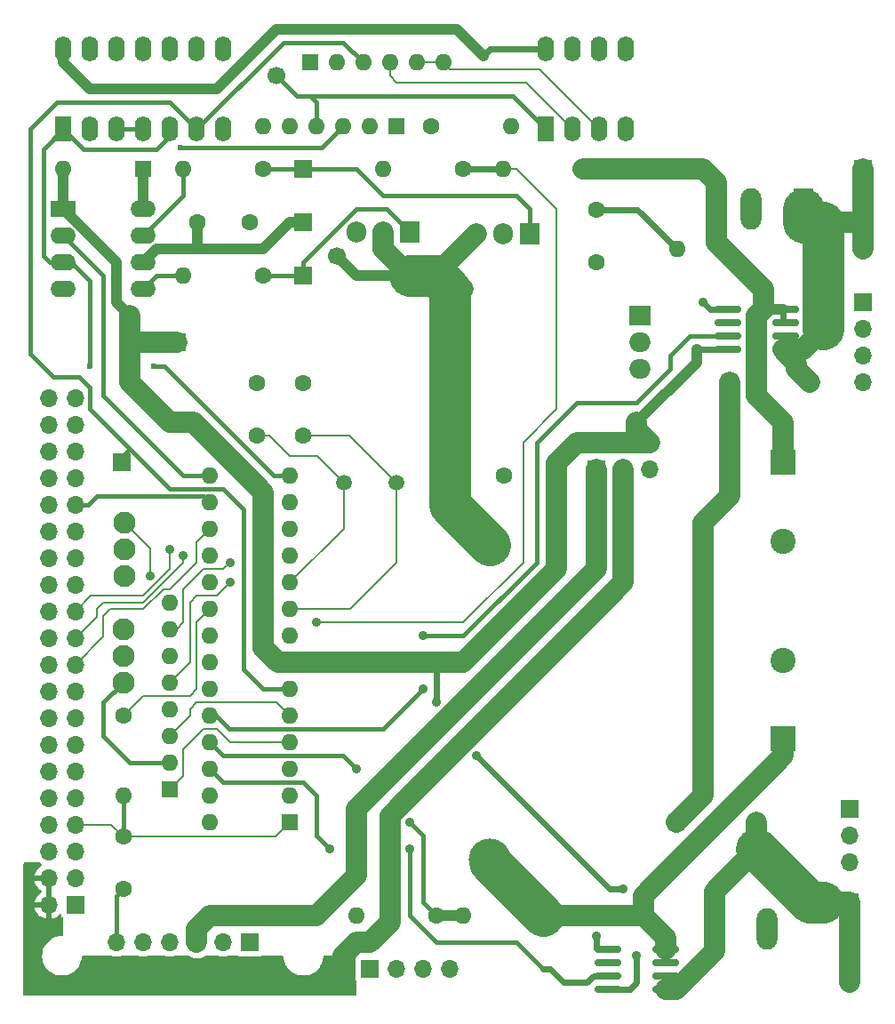
<source format=gtl>
G04 #@! TF.GenerationSoftware,KiCad,Pcbnew,(6.0.6-0)*
G04 #@! TF.CreationDate,2022-09-27T20:01:56-07:00*
G04 #@! TF.ProjectId,Atverter_Ev1r4,41747665-7274-4657-925f-45763172342e,rev?*
G04 #@! TF.SameCoordinates,Original*
G04 #@! TF.FileFunction,Copper,L1,Top*
G04 #@! TF.FilePolarity,Positive*
%FSLAX46Y46*%
G04 Gerber Fmt 4.6, Leading zero omitted, Abs format (unit mm)*
G04 Created by KiCad (PCBNEW (6.0.6-0)) date 2022-09-27 20:01:56*
%MOMM*%
%LPD*%
G01*
G04 APERTURE LIST*
G04 Aperture macros list*
%AMRoundRect*
0 Rectangle with rounded corners*
0 $1 Rounding radius*
0 $2 $3 $4 $5 $6 $7 $8 $9 X,Y pos of 4 corners*
0 Add a 4 corners polygon primitive as box body*
4,1,4,$2,$3,$4,$5,$6,$7,$8,$9,$2,$3,0*
0 Add four circle primitives for the rounded corners*
1,1,$1+$1,$2,$3*
1,1,$1+$1,$4,$5*
1,1,$1+$1,$6,$7*
1,1,$1+$1,$8,$9*
0 Add four rect primitives between the rounded corners*
20,1,$1+$1,$2,$3,$4,$5,0*
20,1,$1+$1,$4,$5,$6,$7,0*
20,1,$1+$1,$6,$7,$8,$9,0*
20,1,$1+$1,$8,$9,$2,$3,0*%
G04 Aperture macros list end*
G04 #@! TA.AperFunction,ComponentPad*
%ADD10R,1.700000X1.700000*%
G04 #@! TD*
G04 #@! TA.AperFunction,ComponentPad*
%ADD11O,1.600000X1.600000*%
G04 #@! TD*
G04 #@! TA.AperFunction,ComponentPad*
%ADD12R,1.600000X1.600000*%
G04 #@! TD*
G04 #@! TA.AperFunction,ComponentPad*
%ADD13O,1.700000X1.700000*%
G04 #@! TD*
G04 #@! TA.AperFunction,ComponentPad*
%ADD14C,1.600000*%
G04 #@! TD*
G04 #@! TA.AperFunction,ComponentPad*
%ADD15C,4.000000*%
G04 #@! TD*
G04 #@! TA.AperFunction,ComponentPad*
%ADD16R,1.905000X2.000000*%
G04 #@! TD*
G04 #@! TA.AperFunction,ComponentPad*
%ADD17O,1.905000X2.000000*%
G04 #@! TD*
G04 #@! TA.AperFunction,ComponentPad*
%ADD18R,2.400000X2.400000*%
G04 #@! TD*
G04 #@! TA.AperFunction,ComponentPad*
%ADD19C,2.400000*%
G04 #@! TD*
G04 #@! TA.AperFunction,SMDPad,CuDef*
%ADD20RoundRect,0.150000X1.100000X0.150000X-1.100000X0.150000X-1.100000X-0.150000X1.100000X-0.150000X0*%
G04 #@! TD*
G04 #@! TA.AperFunction,ComponentPad*
%ADD21C,2.100000*%
G04 #@! TD*
G04 #@! TA.AperFunction,ComponentPad*
%ADD22R,1.600000X2.400000*%
G04 #@! TD*
G04 #@! TA.AperFunction,ComponentPad*
%ADD23O,1.600000X2.400000*%
G04 #@! TD*
G04 #@! TA.AperFunction,ComponentPad*
%ADD24C,1.500000*%
G04 #@! TD*
G04 #@! TA.AperFunction,ComponentPad*
%ADD25R,2.400000X1.600000*%
G04 #@! TD*
G04 #@! TA.AperFunction,ComponentPad*
%ADD26O,2.400000X1.600000*%
G04 #@! TD*
G04 #@! TA.AperFunction,ComponentPad*
%ADD27R,1.980000X3.960000*%
G04 #@! TD*
G04 #@! TA.AperFunction,ComponentPad*
%ADD28O,1.980000X3.960000*%
G04 #@! TD*
G04 #@! TA.AperFunction,ComponentPad*
%ADD29R,2.000000X1.905000*%
G04 #@! TD*
G04 #@! TA.AperFunction,ComponentPad*
%ADD30O,2.000000X1.905000*%
G04 #@! TD*
G04 #@! TA.AperFunction,ViaPad*
%ADD31C,0.600000*%
G04 #@! TD*
G04 #@! TA.AperFunction,ViaPad*
%ADD32C,1.700000*%
G04 #@! TD*
G04 #@! TA.AperFunction,ViaPad*
%ADD33C,0.900000*%
G04 #@! TD*
G04 #@! TA.AperFunction,Conductor*
%ADD34C,0.400000*%
G04 #@! TD*
G04 #@! TA.AperFunction,Conductor*
%ADD35C,2.000000*%
G04 #@! TD*
G04 #@! TA.AperFunction,Conductor*
%ADD36C,0.600000*%
G04 #@! TD*
G04 #@! TA.AperFunction,Conductor*
%ADD37C,0.200000*%
G04 #@! TD*
G04 #@! TA.AperFunction,Conductor*
%ADD38C,4.000000*%
G04 #@! TD*
G04 #@! TA.AperFunction,Conductor*
%ADD39C,1.000000*%
G04 #@! TD*
G04 #@! TA.AperFunction,Conductor*
%ADD40C,0.127000*%
G04 #@! TD*
G04 APERTURE END LIST*
D10*
X74168000Y-83820000D03*
D11*
X87630000Y-51816000D03*
X90170000Y-51816000D03*
X92710000Y-51816000D03*
X95250000Y-51816000D03*
X97790000Y-51816000D03*
D12*
X100330000Y-51816000D03*
D13*
X124460000Y-81915000D03*
X124460000Y-84455000D03*
X121920000Y-81915000D03*
X121920000Y-84455000D03*
X119380000Y-81915000D03*
D10*
X119380000Y-84455000D03*
X91440000Y-60960000D03*
D14*
X74295000Y-107950000D03*
D11*
X74295000Y-115570000D03*
D15*
X109220000Y-91680000D03*
X109220000Y-121680000D03*
D16*
X101600000Y-61890000D03*
D17*
X99060000Y-61890000D03*
X96520000Y-61890000D03*
D10*
X144780000Y-68590000D03*
D13*
X144780000Y-71130000D03*
X144780000Y-73670000D03*
X144780000Y-76210000D03*
D10*
X91440000Y-66040000D03*
D14*
X87630000Y-55880000D03*
D11*
X80010000Y-55880000D03*
D18*
X137160000Y-83820000D03*
D19*
X137160000Y-91320000D03*
D14*
X87630000Y-66040000D03*
D11*
X80010000Y-66040000D03*
D20*
X137370000Y-73025000D03*
X137370000Y-71755000D03*
X137370000Y-70485000D03*
X137370000Y-69215000D03*
X131870000Y-69215000D03*
X131870000Y-70485000D03*
X131870000Y-71755000D03*
X131870000Y-73025000D03*
D12*
X90160000Y-118100000D03*
D11*
X90160000Y-115560000D03*
X90160000Y-113020000D03*
X90160000Y-110480000D03*
X90160000Y-107940000D03*
X90160000Y-105400000D03*
X90160000Y-102860000D03*
X90160000Y-100320000D03*
X90160000Y-97780000D03*
X90160000Y-95240000D03*
X90160000Y-92700000D03*
X90160000Y-90160000D03*
X90160000Y-87620000D03*
X90160000Y-85080000D03*
X82540000Y-85080000D03*
X82540000Y-87620000D03*
X82540000Y-90160000D03*
X82540000Y-92700000D03*
X82540000Y-95240000D03*
X82540000Y-97780000D03*
X82540000Y-100320000D03*
X82540000Y-102860000D03*
X82540000Y-105400000D03*
X82540000Y-107940000D03*
X82540000Y-110480000D03*
X82540000Y-113020000D03*
X82540000Y-115560000D03*
X82540000Y-118100000D03*
D14*
X74295000Y-124460000D03*
X74295000Y-119460000D03*
X114300000Y-127000000D03*
D11*
X106680000Y-127000000D03*
D12*
X78740000Y-114945000D03*
D11*
X78740000Y-112405000D03*
X78740000Y-109865000D03*
X78740000Y-107325000D03*
X78740000Y-104785000D03*
X78740000Y-102245000D03*
X78740000Y-99705000D03*
X78740000Y-97165000D03*
D21*
X74295000Y-104775000D03*
X74295000Y-102235000D03*
X74295000Y-99695000D03*
D14*
X119380000Y-59730000D03*
X119380000Y-64730000D03*
D22*
X68575000Y-52085000D03*
D23*
X71115000Y-52085000D03*
X73655000Y-52085000D03*
X76195000Y-52085000D03*
X78735000Y-52085000D03*
X81275000Y-52085000D03*
X83815000Y-52085000D03*
X83815000Y-44465000D03*
X81275000Y-44465000D03*
X78735000Y-44465000D03*
X76195000Y-44465000D03*
X73655000Y-44465000D03*
X71115000Y-44465000D03*
X68575000Y-44465000D03*
D21*
X74360370Y-94615000D03*
X74360370Y-92075000D03*
X74360370Y-89535000D03*
D16*
X113030000Y-62080000D03*
D17*
X110490000Y-62080000D03*
X107950000Y-62080000D03*
D14*
X86995000Y-81240000D03*
X86995000Y-76240000D03*
X104140000Y-127000000D03*
D11*
X96520000Y-127000000D03*
D22*
X114564000Y-52085000D03*
D23*
X117104000Y-52085000D03*
X119644000Y-52085000D03*
X122184000Y-52085000D03*
X122184000Y-44465000D03*
X119644000Y-44465000D03*
X117104000Y-44465000D03*
X114564000Y-44465000D03*
D14*
X103632000Y-51816000D03*
D11*
X111252000Y-51816000D03*
D24*
X95290000Y-85725000D03*
X100290000Y-85725000D03*
D12*
X92075000Y-45720000D03*
D11*
X94615000Y-45720000D03*
X97155000Y-45720000D03*
X99695000Y-45720000D03*
X102235000Y-45720000D03*
X104775000Y-45720000D03*
D12*
X132080000Y-76200000D03*
D11*
X139700000Y-76200000D03*
D14*
X115530000Y-85090000D03*
X110530000Y-85090000D03*
D10*
X79375000Y-72390000D03*
D12*
X76190000Y-55870000D03*
D11*
X68570000Y-55870000D03*
D20*
X125940000Y-133985000D03*
X125940000Y-132715000D03*
X125940000Y-131445000D03*
X125940000Y-130175000D03*
X120440000Y-130175000D03*
X120440000Y-131445000D03*
X120440000Y-132715000D03*
X120440000Y-133985000D03*
D25*
X68580000Y-59690000D03*
D26*
X68580000Y-62230000D03*
X68580000Y-64770000D03*
X68580000Y-67310000D03*
X76200000Y-67310000D03*
X76200000Y-64770000D03*
X76200000Y-62230000D03*
X76200000Y-59690000D03*
D27*
X139065000Y-59690000D03*
D28*
X134065000Y-59690000D03*
D18*
X137160000Y-110157780D03*
D19*
X137160000Y-102657780D03*
D10*
X143510000Y-116855000D03*
D13*
X143510000Y-119395000D03*
X143510000Y-121935000D03*
D12*
X127000000Y-118110000D03*
D11*
X134620000Y-118110000D03*
D14*
X127015000Y-55880000D03*
D11*
X127015000Y-63500000D03*
D14*
X106680000Y-55880000D03*
D11*
X99060000Y-55880000D03*
D14*
X86360000Y-60960000D03*
X81360000Y-60960000D03*
D10*
X86360000Y-129540000D03*
D13*
X83820000Y-129540000D03*
X81280000Y-129540000D03*
X78740000Y-129540000D03*
X76200000Y-129540000D03*
X73660000Y-129540000D03*
D10*
X143510000Y-125730000D03*
D13*
X143510000Y-128270000D03*
X143510000Y-130810000D03*
X143510000Y-133350000D03*
D10*
X91440000Y-55880000D03*
X97790000Y-132080000D03*
D13*
X100330000Y-132080000D03*
X102870000Y-132080000D03*
X105410000Y-132080000D03*
D10*
X144780000Y-55890000D03*
D13*
X144780000Y-58430000D03*
X144780000Y-60970000D03*
X144780000Y-63510000D03*
D29*
X123515000Y-69850000D03*
D30*
X123515000Y-72390000D03*
X123515000Y-74930000D03*
D14*
X118110000Y-55880000D03*
D11*
X110490000Y-55880000D03*
D27*
X130585000Y-128270000D03*
D28*
X135585000Y-128270000D03*
D14*
X91440000Y-76240000D03*
X91440000Y-81240000D03*
D10*
X69710000Y-125940000D03*
D13*
X67170000Y-125940000D03*
X69710000Y-123400000D03*
X67170000Y-123400000D03*
X69710000Y-120860000D03*
X67170000Y-120860000D03*
X69710000Y-118320000D03*
X67170000Y-118320000D03*
X69710000Y-115780000D03*
X67170000Y-115780000D03*
X69710000Y-113240000D03*
X67170000Y-113240000D03*
X69710000Y-110700000D03*
X67170000Y-110700000D03*
X69710000Y-108160000D03*
X67170000Y-108160000D03*
X69710000Y-105620000D03*
X67170000Y-105620000D03*
X69710000Y-103080000D03*
X67170000Y-103080000D03*
X69710000Y-100540000D03*
X67170000Y-100540000D03*
X69710000Y-98000000D03*
X67170000Y-98000000D03*
X69710000Y-95460000D03*
X67170000Y-95460000D03*
X69710000Y-92920000D03*
X67170000Y-92920000D03*
X69710000Y-90380000D03*
X67170000Y-90380000D03*
X69710000Y-87840000D03*
X67170000Y-87840000D03*
X69710000Y-85300000D03*
X67170000Y-85300000D03*
X69710000Y-82760000D03*
X67170000Y-82760000D03*
X69710000Y-80220000D03*
X67170000Y-80220000D03*
X69710000Y-77680000D03*
X67170000Y-77680000D03*
D31*
X79756000Y-53848000D03*
X71120000Y-74676000D03*
X77216000Y-74676000D03*
D32*
X94615000Y-64135000D03*
D33*
X119380000Y-128905000D03*
X129540000Y-68580000D03*
X121920000Y-124460000D03*
X107950000Y-111760000D03*
X123190000Y-130810000D03*
X104140000Y-106680000D03*
X102870000Y-100330000D03*
X102870000Y-105410000D03*
X101600000Y-120650000D03*
X93980000Y-120650000D03*
X84455000Y-95250000D03*
X80010000Y-92710000D03*
X78740000Y-92075000D03*
X92710000Y-99060000D03*
X101600000Y-118110000D03*
X96520000Y-113030000D03*
X84455000Y-93345000D03*
D32*
X88900000Y-46990000D03*
D33*
X76835000Y-94615000D03*
D34*
X93218000Y-53848000D02*
X79756000Y-53848000D01*
X95250000Y-51816000D02*
X93218000Y-53848000D01*
X68580000Y-64770000D02*
X69342000Y-64770000D01*
X69342000Y-64770000D02*
X71120000Y-66548000D01*
X71120000Y-66548000D02*
X71120000Y-74676000D01*
X68580000Y-64770000D02*
X67310000Y-64770000D01*
X74930000Y-82550000D02*
X71120000Y-78740000D01*
X71120000Y-78740000D02*
X71120000Y-76708000D01*
X70104000Y-75692000D02*
X67630999Y-75692000D01*
X71120000Y-76708000D02*
X70104000Y-75692000D01*
X67630999Y-75692000D02*
X65405000Y-73466001D01*
X65405000Y-73466001D02*
X65405000Y-52070000D01*
X65405000Y-52070000D02*
X67945000Y-49530000D01*
X67945000Y-49530000D02*
X78720000Y-49530000D01*
X78720000Y-49530000D02*
X81275000Y-52085000D01*
X78232000Y-74676000D02*
X77216000Y-74676000D01*
X79248000Y-75692000D02*
X78232000Y-74676000D01*
X90160000Y-85080000D02*
X88636000Y-85080000D01*
X88636000Y-85080000D02*
X79248000Y-75692000D01*
D35*
X80962500Y-80010000D02*
X78740000Y-80010000D01*
X89028630Y-102860000D02*
X87630000Y-101461370D01*
X87630000Y-86677500D02*
X80962500Y-80010000D01*
X90160000Y-102860000D02*
X89028630Y-102860000D01*
X87630000Y-101461370D02*
X87630000Y-86677500D01*
X78740000Y-80010000D02*
X74930000Y-76200000D01*
X74930000Y-76200000D02*
X74930000Y-72390000D01*
D34*
X92075000Y-48895000D02*
X111379000Y-48895000D01*
X90805000Y-48895000D02*
X92075000Y-48895000D01*
X92710000Y-49530000D02*
X92710000Y-51816000D01*
X92075000Y-48895000D02*
X92710000Y-49530000D01*
D36*
X108585000Y-45085000D02*
X109205000Y-44465000D01*
X109205000Y-44465000D02*
X114564000Y-44465000D01*
D37*
X104775000Y-45720000D02*
X105410000Y-46355000D01*
X113914000Y-46355000D02*
X119644000Y-52085000D01*
X105410000Y-46355000D02*
X113914000Y-46355000D01*
X99695000Y-45720000D02*
X99695000Y-46990000D01*
X100330000Y-47625000D02*
X112644000Y-47625000D01*
X99695000Y-46990000D02*
X100330000Y-47625000D01*
X112644000Y-47625000D02*
X117104000Y-52085000D01*
D34*
X88900000Y-46990000D02*
X90805000Y-48895000D01*
X114564000Y-52080000D02*
X114564000Y-52085000D01*
X111379000Y-48895000D02*
X114564000Y-52080000D01*
X74930000Y-82550000D02*
X74168000Y-83312000D01*
X74168000Y-83312000D02*
X74168000Y-83820000D01*
X78740000Y-86360000D02*
X74930000Y-82550000D01*
D35*
X124460000Y-81915000D02*
X123190000Y-80645000D01*
X123190000Y-80645000D02*
X123190000Y-80010000D01*
X121920000Y-81915000D02*
X124460000Y-81915000D01*
X119380000Y-81915000D02*
X121920000Y-81915000D01*
X115530000Y-85090000D02*
X115530000Y-83860000D01*
X115530000Y-83860000D02*
X117475000Y-81915000D01*
X117475000Y-81915000D02*
X119380000Y-81915000D01*
X95250000Y-130810000D02*
X96520000Y-129540000D01*
X97790000Y-129540000D02*
X99695000Y-127635000D01*
X96520000Y-129540000D02*
X97790000Y-129540000D01*
X99695000Y-127635000D02*
X99695000Y-117475000D01*
X95250000Y-132080000D02*
X95250000Y-130810000D01*
X99695000Y-117475000D02*
X121920000Y-95250000D01*
X121920000Y-95250000D02*
X121920000Y-84455000D01*
X81280000Y-129540000D02*
X81280000Y-128270000D01*
X92710000Y-127000000D02*
X96520000Y-123190000D01*
X81280000Y-128270000D02*
X82550000Y-127000000D01*
X96520000Y-116840000D02*
X119380000Y-93980000D01*
X82550000Y-127000000D02*
X92710000Y-127000000D01*
X96520000Y-123190000D02*
X96520000Y-116840000D01*
X119380000Y-93980000D02*
X119380000Y-84455000D01*
D38*
X139065000Y-60960000D02*
X139065000Y-59690000D01*
D39*
X76190000Y-59680000D02*
X76200000Y-59690000D01*
X76190000Y-55870000D02*
X76190000Y-59680000D01*
X96520000Y-66040000D02*
X101600000Y-66040000D01*
D35*
X104140000Y-65890000D02*
X104140000Y-66040000D01*
D38*
X105410000Y-67310000D02*
X104140000Y-66040000D01*
D39*
X77470000Y-63500000D02*
X81280000Y-63500000D01*
X91440000Y-60960000D02*
X90170000Y-60960000D01*
X87630000Y-63500000D02*
X81280000Y-63500000D01*
X94615000Y-64135000D02*
X96520000Y-66040000D01*
D35*
X106680000Y-67310000D02*
X105410000Y-67310000D01*
D39*
X90170000Y-60960000D02*
X87630000Y-63500000D01*
X81360000Y-63420000D02*
X81360000Y-60960000D01*
D40*
X109220000Y-91680000D02*
X109220000Y-91440000D01*
D38*
X104140000Y-66040000D02*
X101600000Y-66040000D01*
X105410000Y-87870000D02*
X105410000Y-67310000D01*
X109220000Y-91680000D02*
X105410000Y-87870000D01*
D35*
X107950000Y-62080000D02*
X104140000Y-65890000D01*
X99060000Y-61890000D02*
X99060000Y-63500000D01*
X99060000Y-63500000D02*
X101600000Y-66040000D01*
D39*
X76200000Y-64770000D02*
X77470000Y-63500000D01*
X81280000Y-63500000D02*
X81360000Y-63420000D01*
D34*
X73660000Y-125095000D02*
X74295000Y-124460000D01*
X73660000Y-129540000D02*
X73660000Y-125095000D01*
D36*
X119380000Y-130110000D02*
X119445000Y-130175000D01*
X132145000Y-69215000D02*
X130175000Y-69215000D01*
X119380000Y-128905000D02*
X119380000Y-130110000D01*
X130175000Y-69215000D02*
X129540000Y-68580000D01*
X119445000Y-133985000D02*
X121285000Y-133985000D01*
X123190000Y-130810000D02*
X123190000Y-133350000D01*
D39*
X74930000Y-69850000D02*
X73660000Y-68580000D01*
D36*
X128905000Y-73025000D02*
X132145000Y-73025000D01*
D39*
X68580000Y-59690000D02*
X68580000Y-55880000D01*
D35*
X115530000Y-93940000D02*
X106610000Y-102860000D01*
D36*
X104140000Y-106680000D02*
X104140000Y-102870000D01*
D39*
X128905000Y-74295000D02*
X123190000Y-80010000D01*
X88900000Y-42545000D02*
X106045000Y-42545000D01*
D36*
X121920000Y-124460000D02*
X120650000Y-124460000D01*
D39*
X71120000Y-48260000D02*
X83185000Y-48260000D01*
D36*
X123190000Y-133350000D02*
X122555000Y-133985000D01*
D39*
X73660000Y-64770000D02*
X68580000Y-59690000D01*
D36*
X122555000Y-133985000D02*
X120440000Y-133985000D01*
D39*
X83185000Y-48260000D02*
X88900000Y-42545000D01*
D35*
X74930000Y-72390000D02*
X79375000Y-72390000D01*
D39*
X73660000Y-68580000D02*
X73660000Y-64770000D01*
D35*
X106610000Y-102860000D02*
X104130000Y-102860000D01*
D37*
X76200000Y-106045000D02*
X74295000Y-107950000D01*
D39*
X106045000Y-42545000D02*
X108585000Y-45085000D01*
D35*
X74930000Y-72390000D02*
X74930000Y-69850000D01*
D39*
X68580000Y-55880000D02*
X68570000Y-55870000D01*
X128905000Y-73025000D02*
X128905000Y-74295000D01*
D37*
X80645000Y-106045000D02*
X76200000Y-106045000D01*
D36*
X120650000Y-124460000D02*
X107950000Y-111760000D01*
D37*
X81280000Y-99040000D02*
X81280000Y-105410000D01*
D39*
X68575000Y-44465000D02*
X68575000Y-45715000D01*
D35*
X104130000Y-102860000D02*
X99070000Y-102860000D01*
D39*
X68575000Y-45715000D02*
X71120000Y-48260000D01*
D36*
X104140000Y-102870000D02*
X104130000Y-102860000D01*
D35*
X99070000Y-102860000D02*
X90160000Y-102860000D01*
D37*
X81280000Y-105410000D02*
X80645000Y-106045000D01*
X82540000Y-97780000D02*
X81280000Y-99040000D01*
D35*
X115530000Y-85090000D02*
X115530000Y-93940000D01*
X132080000Y-86995000D02*
X132080000Y-76200000D01*
X129540000Y-115570000D02*
X129540000Y-89535000D01*
X127000000Y-118110000D02*
X129540000Y-115570000D01*
X129540000Y-89535000D02*
X132080000Y-86995000D01*
D34*
X117475000Y-78105000D02*
X113665000Y-81915000D01*
X126365000Y-74930000D02*
X123190000Y-78105000D01*
X84423870Y-109220000D02*
X83143870Y-107940000D01*
X113665000Y-93345000D02*
X106680000Y-100330000D01*
X113665000Y-81915000D02*
X113665000Y-93345000D01*
X106680000Y-100330000D02*
X102870000Y-100330000D01*
X102870000Y-105410000D02*
X99060000Y-109220000D01*
X128270000Y-71755000D02*
X126365000Y-73660000D01*
X132145000Y-71755000D02*
X128270000Y-71755000D01*
X99060000Y-109220000D02*
X84423870Y-109220000D01*
X123190000Y-78105000D02*
X117475000Y-78105000D01*
X126365000Y-73660000D02*
X126365000Y-74930000D01*
X83143870Y-107940000D02*
X82540000Y-107940000D01*
X111760000Y-129540000D02*
X104140000Y-129540000D01*
D36*
X119095000Y-132715000D02*
X119445000Y-132715000D01*
D34*
X83820000Y-114300000D02*
X82540000Y-113020000D01*
X93980000Y-120650000D02*
X92710000Y-119380000D01*
D36*
X114300000Y-132080000D02*
X114935000Y-132080000D01*
X116205000Y-133350000D02*
X118460000Y-133350000D01*
D34*
X114300000Y-132080000D02*
X111760000Y-129540000D01*
X91440000Y-114300000D02*
X83820000Y-114300000D01*
X101600000Y-127000000D02*
X101600000Y-120650000D01*
D36*
X114935000Y-132080000D02*
X116205000Y-133350000D01*
D34*
X92710000Y-119380000D02*
X92710000Y-115570000D01*
X92710000Y-115570000D02*
X91440000Y-114300000D01*
D36*
X118460000Y-133350000D02*
X119095000Y-132715000D01*
D34*
X104140000Y-129540000D02*
X101600000Y-127000000D01*
D37*
X74295000Y-119460000D02*
X88800000Y-119460000D01*
X73155000Y-118320000D02*
X74295000Y-119460000D01*
X69710000Y-118320000D02*
X73155000Y-118320000D01*
D34*
X74295000Y-119460000D02*
X74295000Y-115570000D01*
D37*
X88800000Y-119460000D02*
X90160000Y-118100000D01*
X100290000Y-93385000D02*
X100290000Y-85090000D01*
X91440000Y-81240000D02*
X95805000Y-81240000D01*
X90160000Y-97780000D02*
X95895000Y-97780000D01*
X95805000Y-81240000D02*
X100290000Y-85725000D01*
X95895000Y-97780000D02*
X100290000Y-93385000D01*
X88225000Y-81240000D02*
X90170000Y-83185000D01*
X92750000Y-83185000D02*
X95290000Y-85725000D01*
X90170000Y-83185000D02*
X92750000Y-83185000D01*
X86995000Y-81240000D02*
X88225000Y-81240000D01*
X95290000Y-85090000D02*
X95290000Y-90110000D01*
X95290000Y-90110000D02*
X90160000Y-95240000D01*
D34*
X78735000Y-52085000D02*
X78735000Y-52710000D01*
X67310000Y-64770000D02*
X66675000Y-64135000D01*
X78735000Y-52710000D02*
X77470000Y-53975000D01*
X70465000Y-53975000D02*
X68575000Y-52085000D01*
X77470000Y-53975000D02*
X70465000Y-53975000D01*
X66675000Y-64135000D02*
X66675000Y-53985000D01*
X66675000Y-53985000D02*
X68575000Y-52085000D01*
D37*
X80010000Y-113675000D02*
X78740000Y-114945000D01*
X83185000Y-109220000D02*
X81915000Y-109220000D01*
X80010000Y-111125000D02*
X80010000Y-113675000D01*
X81915000Y-109220000D02*
X80010000Y-111125000D01*
X90160000Y-110480000D02*
X84445000Y-110480000D01*
X84445000Y-110480000D02*
X83185000Y-109220000D01*
X80645000Y-107315000D02*
X80645000Y-107960000D01*
X80645000Y-107960000D02*
X78740000Y-109865000D01*
X81280000Y-106680000D02*
X80645000Y-107315000D01*
X90160000Y-107940000D02*
X88900000Y-106680000D01*
X88900000Y-106680000D02*
X81280000Y-106680000D01*
D34*
X89545000Y-43815000D02*
X95250000Y-43815000D01*
X95250000Y-43815000D02*
X97155000Y-45720000D01*
X85725000Y-103505000D02*
X85725000Y-88265000D01*
X81275000Y-52085000D02*
X89545000Y-43815000D01*
X85725000Y-88265000D02*
X83820000Y-86360000D01*
X83820000Y-86360000D02*
X78740000Y-86360000D01*
X87620000Y-105400000D02*
X85725000Y-103505000D01*
X90160000Y-105400000D02*
X87620000Y-105400000D01*
D37*
X80645000Y-102880000D02*
X78740000Y-104785000D01*
X84455000Y-95250000D02*
X83185000Y-96520000D01*
X80645000Y-97155000D02*
X80645000Y-102880000D01*
X83185000Y-96520000D02*
X81280000Y-96520000D01*
X81280000Y-96520000D02*
X80645000Y-97155000D01*
D34*
X80000000Y-85080000D02*
X72390000Y-77470000D01*
X82540000Y-85080000D02*
X80000000Y-85080000D01*
X72390000Y-77470000D02*
X72390000Y-66040000D01*
X72390000Y-66040000D02*
X68580000Y-62230000D01*
D37*
X69710000Y-103080000D02*
X72390000Y-100400000D01*
X81280000Y-91440000D02*
X82540000Y-90180000D01*
X78740000Y-95885000D02*
X81280000Y-93345000D01*
X73025000Y-97790000D02*
X76200000Y-97790000D01*
X72390000Y-100400000D02*
X72390000Y-98425000D01*
X81280000Y-93345000D02*
X81280000Y-91440000D01*
X82540000Y-90180000D02*
X82540000Y-90160000D01*
X78105000Y-95885000D02*
X78740000Y-95885000D01*
X72390000Y-98425000D02*
X73025000Y-97790000D01*
X76200000Y-97790000D02*
X78105000Y-95885000D01*
X76200000Y-97155000D02*
X72390000Y-97155000D01*
X80010000Y-93345000D02*
X76200000Y-97155000D01*
X80010000Y-92710000D02*
X80010000Y-93345000D01*
X71755000Y-98495000D02*
X69710000Y-100540000D01*
X72390000Y-97155000D02*
X71755000Y-97790000D01*
X71755000Y-97790000D02*
X71755000Y-98495000D01*
X78740000Y-93980000D02*
X76200000Y-96520000D01*
X76200000Y-96520000D02*
X71190000Y-96520000D01*
X71190000Y-96520000D02*
X69710000Y-98000000D01*
X78740000Y-92075000D02*
X78740000Y-93980000D01*
X111760000Y-55880000D02*
X115570000Y-59690000D01*
X115570000Y-78740000D02*
X112395000Y-81915000D01*
X111760000Y-55880000D02*
X110490000Y-55880000D01*
X115570000Y-59690000D02*
X115570000Y-78740000D01*
X112395000Y-81915000D02*
X112395000Y-93345000D01*
D36*
X106680000Y-55880000D02*
X109863000Y-55880000D01*
D37*
X106680000Y-99060000D02*
X92710000Y-99060000D01*
X112395000Y-93345000D02*
X106680000Y-99060000D01*
D34*
X104140000Y-127000000D02*
X102870000Y-125730000D01*
X95250000Y-111760000D02*
X83820000Y-111760000D01*
X102870000Y-119380000D02*
X101600000Y-118110000D01*
X83820000Y-111760000D02*
X82540000Y-110480000D01*
D39*
X106680000Y-127000000D02*
X104140000Y-127000000D01*
D34*
X96520000Y-113030000D02*
X95250000Y-111760000D01*
X102870000Y-125730000D02*
X102870000Y-119380000D01*
X80010000Y-58420000D02*
X80010000Y-55880000D01*
X76200000Y-62230000D02*
X80010000Y-58420000D01*
D36*
X123245000Y-59730000D02*
X127015000Y-63500000D01*
X119380000Y-59730000D02*
X123245000Y-59730000D01*
D34*
X76200000Y-67310000D02*
X77470000Y-66040000D01*
X77470000Y-66040000D02*
X80010000Y-66040000D01*
D35*
X129540000Y-55880000D02*
X127015000Y-55880000D01*
X118110000Y-55880000D02*
X127015000Y-55880000D01*
X135255000Y-69215000D02*
X134620000Y-69850000D01*
D39*
X135255000Y-69215000D02*
X137095000Y-69215000D01*
D36*
X137095000Y-69215000D02*
X137095000Y-70485000D01*
D35*
X130810000Y-62865000D02*
X130810000Y-57150000D01*
X130810000Y-57150000D02*
X129540000Y-55880000D01*
X135255000Y-67310000D02*
X130810000Y-62865000D01*
X135255000Y-69215000D02*
X135255000Y-67310000D01*
X134620000Y-69850000D02*
X134620000Y-77470000D01*
X137160000Y-80010000D02*
X137160000Y-83820000D01*
X134620000Y-77470000D02*
X137160000Y-80010000D01*
X123825000Y-125095000D02*
X123825000Y-127000000D01*
D36*
X125940000Y-130175000D02*
X125940000Y-131445000D01*
D38*
X109220000Y-121920000D02*
X114300000Y-127000000D01*
D35*
X137160000Y-111760000D02*
X123825000Y-125095000D01*
X123825000Y-127000000D02*
X125940000Y-129115000D01*
X137160000Y-110157780D02*
X137160000Y-111760000D01*
D38*
X109220000Y-121680000D02*
X109220000Y-121920000D01*
D35*
X125940000Y-129115000D02*
X125940000Y-130175000D01*
X114300000Y-127000000D02*
X123825000Y-127000000D01*
D34*
X81915000Y-86995000D02*
X82540000Y-87620000D01*
X71755000Y-86995000D02*
X81915000Y-86995000D01*
X70910000Y-87840000D02*
X71755000Y-86995000D01*
X69710000Y-87840000D02*
X70910000Y-87840000D01*
X111760000Y-58420000D02*
X113030000Y-59690000D01*
X87630000Y-55880000D02*
X91440000Y-55880000D01*
X91440000Y-55880000D02*
X96520000Y-55880000D01*
X99060000Y-58420000D02*
X111760000Y-58420000D01*
X96520000Y-55880000D02*
X99060000Y-58420000D01*
X113030000Y-59690000D02*
X113030000Y-62080000D01*
X99400000Y-59690000D02*
X101600000Y-61890000D01*
X96520000Y-59690000D02*
X99400000Y-59690000D01*
X87630000Y-66040000D02*
X91440000Y-66040000D01*
X91440000Y-66040000D02*
X91440000Y-64770000D01*
X91440000Y-64770000D02*
X96520000Y-59690000D01*
D37*
X80010000Y-95885000D02*
X80010000Y-99060000D01*
X81915000Y-93980000D02*
X80010000Y-95885000D01*
X79365000Y-99705000D02*
X78740000Y-99705000D01*
X84455000Y-93345000D02*
X83820000Y-93980000D01*
X83820000Y-93980000D02*
X81915000Y-93980000D01*
X80010000Y-99060000D02*
X79365000Y-99705000D01*
D34*
X74940000Y-112405000D02*
X72390000Y-109855000D01*
X72390000Y-109855000D02*
X72390000Y-106680000D01*
X72390000Y-106680000D02*
X74295000Y-104775000D01*
X78740000Y-112405000D02*
X74940000Y-112405000D01*
D37*
X76835000Y-92009630D02*
X74360370Y-89535000D01*
X76835000Y-94615000D02*
X76835000Y-92009630D01*
D35*
X144780000Y-60970000D02*
X144780000Y-58430000D01*
X138430000Y-74930000D02*
X139700000Y-76200000D01*
D38*
X140970000Y-71120000D02*
X140970000Y-60960000D01*
D35*
X138430000Y-74360000D02*
X137095000Y-73025000D01*
D38*
X139065000Y-60960000D02*
X140970000Y-60960000D01*
D35*
X137095000Y-73025000D02*
X137795000Y-73025000D01*
X138430000Y-74360000D02*
X138430000Y-74930000D01*
X139700000Y-72390000D02*
X140970000Y-71120000D01*
X137795000Y-73025000D02*
X139065000Y-73025000D01*
D36*
X137095000Y-73025000D02*
X137095000Y-71755000D01*
D35*
X144780000Y-55890000D02*
X144780000Y-58430000D01*
X140980000Y-60970000D02*
X144780000Y-60970000D01*
X139065000Y-73025000D02*
X139700000Y-72390000D01*
X144780000Y-60970000D02*
X144780000Y-63510000D01*
X130585000Y-130400000D02*
X130585000Y-128270000D01*
X143510000Y-128270000D02*
X143510000Y-130810000D01*
X143510000Y-125730000D02*
X140970000Y-125730000D01*
X143510000Y-130810000D02*
X143510000Y-133350000D01*
D38*
X139700000Y-125730000D02*
X134620000Y-120650000D01*
D35*
X130585000Y-124685000D02*
X134620000Y-120650000D01*
X134620000Y-120650000D02*
X134620000Y-118110000D01*
X143510000Y-125730000D02*
X143510000Y-128270000D01*
X130585000Y-128270000D02*
X130585000Y-124685000D01*
D36*
X125940000Y-132715000D02*
X125940000Y-133985000D01*
D35*
X125940000Y-133985000D02*
X127000000Y-133985000D01*
D38*
X140970000Y-125730000D02*
X139700000Y-125730000D01*
D35*
X127000000Y-133985000D02*
X130585000Y-130400000D01*
D37*
X102235000Y-45720000D02*
X104775000Y-45720000D01*
D34*
X73655000Y-52085000D02*
X76195000Y-52085000D01*
G04 #@! TA.AperFunction,Conductor*
G36*
X66342546Y-121940002D02*
G01*
X66354909Y-121949055D01*
X66388126Y-121976632D01*
X66392589Y-121979240D01*
X66461955Y-122019774D01*
X66510679Y-122071412D01*
X66523750Y-122141195D01*
X66497019Y-122206967D01*
X66456562Y-122240327D01*
X66448457Y-122244546D01*
X66439738Y-122250036D01*
X66269433Y-122377905D01*
X66261726Y-122384748D01*
X66114590Y-122538717D01*
X66108104Y-122546727D01*
X65988098Y-122722649D01*
X65983000Y-122731623D01*
X65893338Y-122924783D01*
X65889775Y-122934470D01*
X65834389Y-123134183D01*
X65835912Y-123142607D01*
X65848292Y-123146000D01*
X67298000Y-123146000D01*
X67366121Y-123166002D01*
X67412614Y-123219658D01*
X67424000Y-123272000D01*
X67424000Y-127258517D01*
X67428064Y-127272359D01*
X67441478Y-127274393D01*
X67448184Y-127273534D01*
X67458262Y-127271392D01*
X67662255Y-127210191D01*
X67671842Y-127206433D01*
X67863095Y-127112739D01*
X67871945Y-127107464D01*
X68045328Y-126983792D01*
X68053193Y-126977145D01*
X68157897Y-126872805D01*
X68220268Y-126838889D01*
X68291075Y-126844077D01*
X68347837Y-126886723D01*
X68364819Y-126917826D01*
X68409385Y-127036705D01*
X68496739Y-127153261D01*
X68529567Y-127177864D01*
X68572080Y-127234723D01*
X68580000Y-127278689D01*
X68580000Y-128800500D01*
X68559998Y-128868621D01*
X68506342Y-128915114D01*
X68454000Y-128926500D01*
X68370566Y-128926500D01*
X68368298Y-128926665D01*
X68368286Y-128926665D01*
X68236727Y-128936211D01*
X68167378Y-128941243D01*
X68162923Y-128942227D01*
X68162920Y-128942227D01*
X67904927Y-128999186D01*
X67904923Y-128999187D01*
X67900467Y-129000171D01*
X67772663Y-129048592D01*
X67649128Y-129095395D01*
X67649125Y-129095396D01*
X67644858Y-129097013D01*
X67405906Y-129229739D01*
X67188617Y-129395569D01*
X66997542Y-129591029D01*
X66994855Y-129594721D01*
X66994853Y-129594723D01*
X66839371Y-129808333D01*
X66839368Y-129808339D01*
X66836685Y-129812024D01*
X66834563Y-129816057D01*
X66834560Y-129816062D01*
X66765334Y-129947639D01*
X66709414Y-130053926D01*
X66618397Y-130311666D01*
X66617517Y-130316132D01*
X66570896Y-130552668D01*
X66565539Y-130579845D01*
X66565312Y-130584398D01*
X66565312Y-130584401D01*
X66552230Y-130847185D01*
X66551948Y-130852846D01*
X66577909Y-131124949D01*
X66578994Y-131129383D01*
X66578995Y-131129389D01*
X66621690Y-131303868D01*
X66642878Y-131390455D01*
X66644590Y-131394681D01*
X66644591Y-131394685D01*
X66714011Y-131566074D01*
X66745493Y-131643801D01*
X66883606Y-131879680D01*
X67054323Y-132093151D01*
X67254068Y-132279742D01*
X67478656Y-132435544D01*
X67605501Y-132498648D01*
X67719296Y-132555261D01*
X67719299Y-132555262D01*
X67723383Y-132557294D01*
X67983121Y-132642440D01*
X67987612Y-132643220D01*
X67987613Y-132643220D01*
X68248650Y-132688544D01*
X68248658Y-132688545D01*
X68252431Y-132689200D01*
X68256268Y-132689391D01*
X68337233Y-132693422D01*
X68337241Y-132693422D01*
X68338804Y-132693500D01*
X68509434Y-132693500D01*
X68511702Y-132693335D01*
X68511714Y-132693335D01*
X68643273Y-132683789D01*
X68712622Y-132678757D01*
X68717077Y-132677773D01*
X68717080Y-132677773D01*
X68975073Y-132620814D01*
X68975077Y-132620813D01*
X68979533Y-132619829D01*
X69149957Y-132555261D01*
X69230872Y-132524605D01*
X69230875Y-132524604D01*
X69235142Y-132522987D01*
X69474094Y-132390261D01*
X69691383Y-132224431D01*
X69882458Y-132028971D01*
X69988527Y-131883247D01*
X70040629Y-131811667D01*
X70040632Y-131811661D01*
X70043315Y-131807976D01*
X70045437Y-131803943D01*
X70045440Y-131803938D01*
X70168460Y-131570115D01*
X70168460Y-131570114D01*
X70170586Y-131566074D01*
X70261603Y-131308334D01*
X70296873Y-131129389D01*
X70313580Y-131044627D01*
X70313581Y-131044621D01*
X70314461Y-131040155D01*
X70319958Y-130929735D01*
X70343322Y-130862693D01*
X70399223Y-130818926D01*
X70445802Y-130810000D01*
X73154243Y-130810000D01*
X73199192Y-130818290D01*
X73279692Y-130849030D01*
X73284760Y-130850061D01*
X73284763Y-130850062D01*
X73320841Y-130857402D01*
X73498597Y-130893567D01*
X73503772Y-130893757D01*
X73503774Y-130893757D01*
X73716673Y-130901564D01*
X73716677Y-130901564D01*
X73721837Y-130901753D01*
X73726957Y-130901097D01*
X73726959Y-130901097D01*
X73938288Y-130874025D01*
X73938289Y-130874025D01*
X73943416Y-130873368D01*
X73948366Y-130871883D01*
X74136919Y-130815314D01*
X74173127Y-130810000D01*
X75694243Y-130810000D01*
X75739192Y-130818290D01*
X75819692Y-130849030D01*
X75824760Y-130850061D01*
X75824763Y-130850062D01*
X75860841Y-130857402D01*
X76038597Y-130893567D01*
X76043772Y-130893757D01*
X76043774Y-130893757D01*
X76256673Y-130901564D01*
X76256677Y-130901564D01*
X76261837Y-130901753D01*
X76266957Y-130901097D01*
X76266959Y-130901097D01*
X76478288Y-130874025D01*
X76478289Y-130874025D01*
X76483416Y-130873368D01*
X76488366Y-130871883D01*
X76676919Y-130815314D01*
X76713127Y-130810000D01*
X78234243Y-130810000D01*
X78279192Y-130818290D01*
X78359692Y-130849030D01*
X78364760Y-130850061D01*
X78364763Y-130850062D01*
X78400841Y-130857402D01*
X78578597Y-130893567D01*
X78583772Y-130893757D01*
X78583774Y-130893757D01*
X78796673Y-130901564D01*
X78796677Y-130901564D01*
X78801837Y-130901753D01*
X78806957Y-130901097D01*
X78806959Y-130901097D01*
X79018288Y-130874025D01*
X79018289Y-130874025D01*
X79023416Y-130873368D01*
X79028366Y-130871883D01*
X79216919Y-130815314D01*
X79253127Y-130810000D01*
X80429126Y-130810000D01*
X80492506Y-130827101D01*
X80621704Y-130902296D01*
X80621711Y-130902299D01*
X80626078Y-130904841D01*
X80630801Y-130906654D01*
X80847978Y-130990020D01*
X80847982Y-130990021D01*
X80852702Y-130991833D01*
X80857652Y-130992867D01*
X80857655Y-130992868D01*
X81085369Y-131040440D01*
X81085373Y-131040440D01*
X81090320Y-131041474D01*
X81332817Y-131052486D01*
X81337837Y-131051905D01*
X81337841Y-131051905D01*
X81568929Y-131025167D01*
X81568933Y-131025166D01*
X81573956Y-131024585D01*
X81578820Y-131023209D01*
X81578823Y-131023208D01*
X81802669Y-130959866D01*
X81802668Y-130959866D01*
X81807532Y-130958490D01*
X81812108Y-130956356D01*
X81812114Y-130956354D01*
X82022954Y-130858038D01*
X82022958Y-130858036D01*
X82027536Y-130855901D01*
X82050029Y-130840615D01*
X82063017Y-130831788D01*
X82133840Y-130810000D01*
X83314243Y-130810000D01*
X83359192Y-130818290D01*
X83439692Y-130849030D01*
X83444760Y-130850061D01*
X83444763Y-130850062D01*
X83480841Y-130857402D01*
X83658597Y-130893567D01*
X83663772Y-130893757D01*
X83663774Y-130893757D01*
X83876673Y-130901564D01*
X83876677Y-130901564D01*
X83881837Y-130901753D01*
X83886957Y-130901097D01*
X83886959Y-130901097D01*
X84098288Y-130874025D01*
X84098289Y-130874025D01*
X84103416Y-130873368D01*
X84108366Y-130871883D01*
X84296919Y-130815314D01*
X84333127Y-130810000D01*
X85180469Y-130810000D01*
X85248590Y-130830002D01*
X85256033Y-130835173D01*
X85256113Y-130835233D01*
X85256116Y-130835235D01*
X85263295Y-130840615D01*
X85399684Y-130891745D01*
X85461866Y-130898500D01*
X87258134Y-130898500D01*
X87320316Y-130891745D01*
X87456705Y-130840615D01*
X87463884Y-130835235D01*
X87463887Y-130835233D01*
X87463967Y-130835173D01*
X87464060Y-130835138D01*
X87471763Y-130830921D01*
X87472372Y-130832033D01*
X87530473Y-130810326D01*
X87539531Y-130810000D01*
X89433310Y-130810000D01*
X89501431Y-130830002D01*
X89547924Y-130883658D01*
X89558740Y-130924032D01*
X89577909Y-131124949D01*
X89578994Y-131129383D01*
X89578995Y-131129389D01*
X89621690Y-131303868D01*
X89642878Y-131390455D01*
X89644590Y-131394681D01*
X89644591Y-131394685D01*
X89714011Y-131566074D01*
X89745493Y-131643801D01*
X89883606Y-131879680D01*
X90054323Y-132093151D01*
X90254068Y-132279742D01*
X90478656Y-132435544D01*
X90605501Y-132498648D01*
X90719296Y-132555261D01*
X90719299Y-132555262D01*
X90723383Y-132557294D01*
X90983121Y-132642440D01*
X90987612Y-132643220D01*
X90987613Y-132643220D01*
X91248650Y-132688544D01*
X91248658Y-132688545D01*
X91252431Y-132689200D01*
X91256268Y-132689391D01*
X91337233Y-132693422D01*
X91337241Y-132693422D01*
X91338804Y-132693500D01*
X91509434Y-132693500D01*
X91511702Y-132693335D01*
X91511714Y-132693335D01*
X91643273Y-132683789D01*
X91712622Y-132678757D01*
X91717077Y-132677773D01*
X91717080Y-132677773D01*
X91975073Y-132620814D01*
X91975077Y-132620813D01*
X91979533Y-132619829D01*
X92149957Y-132555261D01*
X92230872Y-132524605D01*
X92230875Y-132524604D01*
X92235142Y-132522987D01*
X92474094Y-132390261D01*
X92691383Y-132224431D01*
X92882458Y-132028971D01*
X92988527Y-131883247D01*
X93040629Y-131811667D01*
X93040632Y-131811661D01*
X93043315Y-131807976D01*
X93045437Y-131803943D01*
X93045440Y-131803938D01*
X93168460Y-131570115D01*
X93168460Y-131570114D01*
X93170586Y-131566074D01*
X93261603Y-131308334D01*
X93296873Y-131129389D01*
X93313580Y-131044627D01*
X93313581Y-131044621D01*
X93314461Y-131040155D01*
X93319958Y-130929735D01*
X93343322Y-130862693D01*
X93399223Y-130818926D01*
X93445802Y-130810000D01*
X96373081Y-130810000D01*
X96441202Y-130830002D01*
X96487695Y-130883658D01*
X96497799Y-130953932D01*
X96488161Y-130982836D01*
X96489385Y-130983295D01*
X96438255Y-131119684D01*
X96431500Y-131181866D01*
X96431500Y-132978134D01*
X96438255Y-133040316D01*
X96489385Y-133176705D01*
X96494765Y-133183884D01*
X96494767Y-133183887D01*
X96494827Y-133183967D01*
X96494862Y-133184060D01*
X96499079Y-133191763D01*
X96497967Y-133192372D01*
X96519674Y-133250473D01*
X96520000Y-133259531D01*
X96520000Y-134494000D01*
X96499998Y-134562121D01*
X96446342Y-134608614D01*
X96394000Y-134620000D01*
X64896000Y-134620000D01*
X64827879Y-134599998D01*
X64781386Y-134546342D01*
X64770000Y-134494000D01*
X64770000Y-126207966D01*
X65838257Y-126207966D01*
X65868565Y-126342446D01*
X65871645Y-126352275D01*
X65951770Y-126549603D01*
X65956413Y-126558794D01*
X66067694Y-126740388D01*
X66073777Y-126748699D01*
X66213213Y-126909667D01*
X66220580Y-126916883D01*
X66384434Y-127052916D01*
X66392881Y-127058831D01*
X66576756Y-127166279D01*
X66586042Y-127170729D01*
X66785001Y-127246703D01*
X66794899Y-127249579D01*
X66898250Y-127270606D01*
X66912299Y-127269410D01*
X66916000Y-127259065D01*
X66916000Y-126212115D01*
X66911525Y-126196876D01*
X66910135Y-126195671D01*
X66902452Y-126194000D01*
X65853225Y-126194000D01*
X65839694Y-126197973D01*
X65838257Y-126207966D01*
X64770000Y-126207966D01*
X64770000Y-125674183D01*
X65834389Y-125674183D01*
X65835912Y-125682607D01*
X65848292Y-125686000D01*
X66897885Y-125686000D01*
X66913124Y-125681525D01*
X66914329Y-125680135D01*
X66916000Y-125672452D01*
X66916000Y-123672115D01*
X66911525Y-123656876D01*
X66910135Y-123655671D01*
X66902452Y-123654000D01*
X65853225Y-123654000D01*
X65839694Y-123657973D01*
X65838257Y-123667966D01*
X65868565Y-123802446D01*
X65871645Y-123812275D01*
X65951770Y-124009603D01*
X65956413Y-124018794D01*
X66067694Y-124200388D01*
X66073777Y-124208699D01*
X66213213Y-124369667D01*
X66220580Y-124376883D01*
X66384434Y-124512916D01*
X66392881Y-124518831D01*
X66462479Y-124559501D01*
X66511203Y-124611140D01*
X66524274Y-124680923D01*
X66497543Y-124746694D01*
X66457087Y-124780053D01*
X66448462Y-124784542D01*
X66439738Y-124790036D01*
X66269433Y-124917905D01*
X66261726Y-124924748D01*
X66114590Y-125078717D01*
X66108104Y-125086727D01*
X65988098Y-125262649D01*
X65983000Y-125271623D01*
X65893338Y-125464783D01*
X65889775Y-125474470D01*
X65834389Y-125674183D01*
X64770000Y-125674183D01*
X64770000Y-122046000D01*
X64790002Y-121977879D01*
X64843658Y-121931386D01*
X64896000Y-121920000D01*
X66274425Y-121920000D01*
X66342546Y-121940002D01*
G37*
G04 #@! TD.AperFunction*
M02*

</source>
